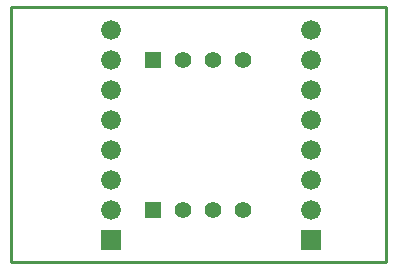
<source format=gbs>
G04 (created by PCBNEW-RS274X (20100406 SVN-R2509)-final) date Tue 04 May 2010 02:57:58 PM PDT*
G01*
G70*
G90*
%MOIN*%
G04 Gerber Fmt 3.4, Leading zero omitted, Abs format*
%FSLAX34Y34*%
G04 APERTURE LIST*
%ADD10C,0.001000*%
%ADD11C,0.009000*%
%ADD12R,0.066000X0.066000*%
%ADD13C,0.066000*%
%ADD14R,0.056000X0.056000*%
%ADD15C,0.056000*%
G04 APERTURE END LIST*
G54D10*
G54D11*
X64750Y-36750D02*
X52250Y-36750D01*
X64750Y-45250D02*
X64750Y-36750D01*
X52250Y-45250D02*
X64750Y-45250D01*
X52250Y-36750D02*
X52250Y-45250D01*
G54D12*
X62250Y-44500D03*
G54D13*
X62250Y-43500D03*
X62250Y-42500D03*
X62250Y-41500D03*
X62250Y-40500D03*
X62250Y-39500D03*
X62250Y-38500D03*
X62250Y-37500D03*
G54D12*
X55600Y-44500D03*
G54D13*
X55600Y-43500D03*
X55600Y-42500D03*
X55600Y-41500D03*
X55600Y-40500D03*
X55600Y-39500D03*
X55600Y-38500D03*
X55600Y-37500D03*
G54D14*
X57000Y-43500D03*
G54D15*
X58000Y-43500D03*
X59000Y-43500D03*
X60000Y-43500D03*
G54D14*
X57000Y-38500D03*
G54D15*
X58000Y-38500D03*
X59000Y-38500D03*
X60000Y-38500D03*
M02*

</source>
